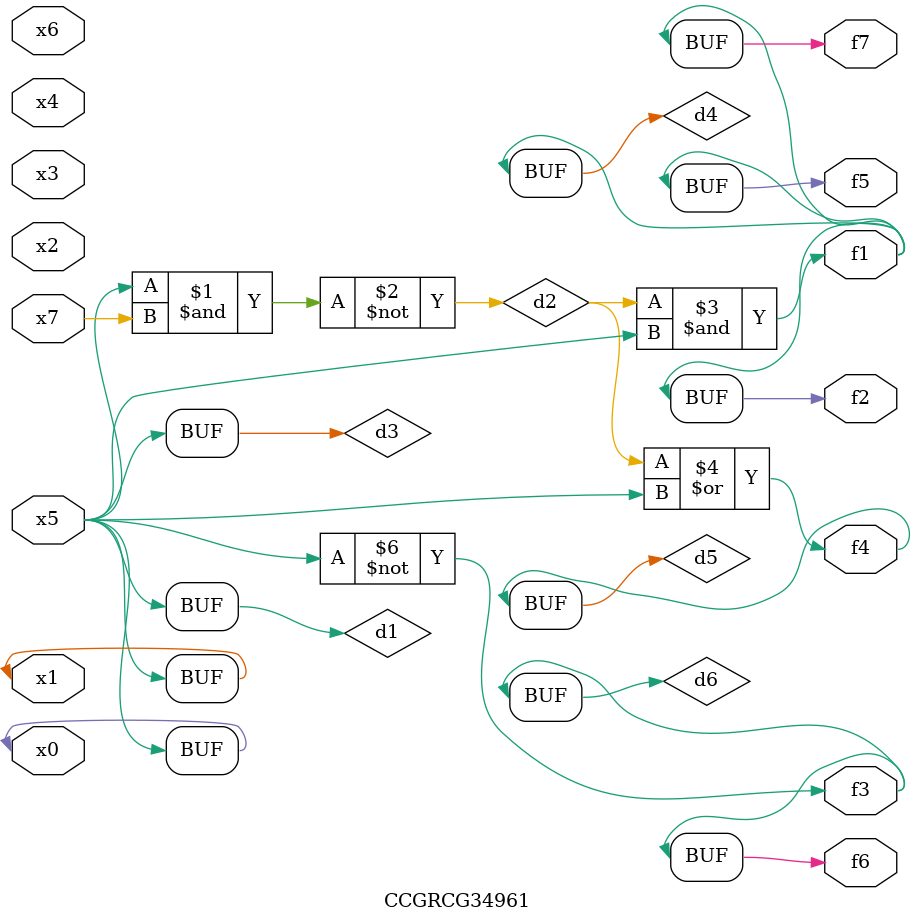
<source format=v>
module CCGRCG34961(
	input x0, x1, x2, x3, x4, x5, x6, x7,
	output f1, f2, f3, f4, f5, f6, f7
);

	wire d1, d2, d3, d4, d5, d6;

	buf (d1, x0, x5);
	nand (d2, x5, x7);
	buf (d3, x0, x1);
	and (d4, d2, d3);
	or (d5, d2, d3);
	nor (d6, d1, d3);
	assign f1 = d4;
	assign f2 = d4;
	assign f3 = d6;
	assign f4 = d5;
	assign f5 = d4;
	assign f6 = d6;
	assign f7 = d4;
endmodule

</source>
